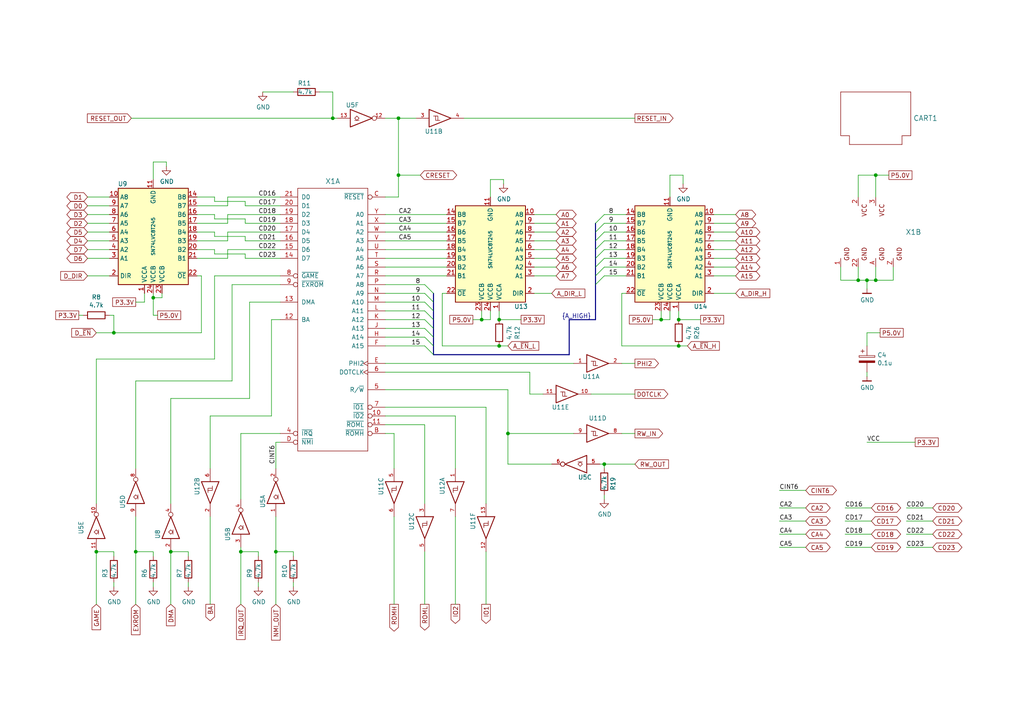
<source format=kicad_sch>
(kicad_sch (version 20211123) (generator eeschema)
  (paper "A4")
  (title_block (title "Orange Cart") (date "2021-02-28") (rev "r0.1") (comment 2 "Licensed under CERN OHL v.1.2") (comment 3 "Cartridge version redesign: Marcus Comstedt") (comment 4 "Based on Orange Crab by Gregory Davill"))
  (bus_alias "A_HIGH" (members "8" "9" "10" "11" "12" "13" "14" "15"))
  (junction (at 115.57 34.29))
  (junction (at 254 50.8))
  (junction (at 144.78 92.71))
  (junction (at 196.85 92.71))
  (junction (at 147.32 125.73))
  (junction (at 49.53 160.02))
  (junction (at 191.77 92.71))
  (junction (at 96.52 34.29))
  (junction (at 196.85 100.33))
  (junction (at 251.46 81.28))
  (junction (at 254 81.28))
  (junction (at 44.45 86.36))
  (junction (at 27.94 160.02))
  (junction (at 39.37 160.02))
  (junction (at 80.01 160.02))
  (junction (at 248.92 81.28))
  (junction (at 175.26 134.62))
  (junction (at 139.7 92.71))
  (junction (at 33.02 96.52))
  (junction (at 69.85 160.02))
  (junction (at 144.78 100.33))
  (junction (at 115.57 50.8))
  (bus_entry (at 123.19 82.55) (size 2.54 2.54))
  (bus_entry (at 172.72 80.01) (size 2.54 -2.54))
  (bus_entry (at 123.19 90.17) (size 2.54 2.54))
  (bus_entry (at 123.19 87.63) (size 2.54 2.54))
  (bus_entry (at 172.72 74.93) (size 2.54 -2.54))
  (bus_entry (at 172.72 72.39) (size 2.54 -2.54))
  (bus_entry (at 172.72 69.85) (size 2.54 -2.54))
  (bus_entry (at 172.72 82.55) (size 2.54 -2.54))
  (bus_entry (at 123.19 92.71) (size 2.54 2.54))
  (bus_entry (at 172.72 64.77) (size 2.54 -2.54))
  (bus_entry (at 123.19 97.79) (size 2.54 2.54))
  (bus_entry (at 123.19 95.25) (size 2.54 2.54))
  (bus_entry (at 123.19 85.09) (size 2.54 2.54))
  (bus_entry (at 172.72 67.31) (size 2.54 -2.54))
  (bus_entry (at 172.72 77.47) (size 2.54 -2.54))
  (bus_entry (at 123.19 100.33) (size 2.54 2.54))
  (bus (pts (xy 125.73 95.25) (xy 125.73 97.79)))
  (wire (pts (xy 257.81 50.8) (xy 254 50.8)))
  (wire (pts (xy 31.75 80.01) (xy 25.4 80.01)))
  (wire (pts (xy 111.76 105.41) (xy 166.37 105.41)))
  (wire (pts (xy 46.99 86.36) (xy 44.45 86.36)))
  (wire (pts (xy 81.28 74.93) (xy 71.12 74.93)))
  (wire (pts (xy 67.31 110.49) (xy 39.37 110.49)))
  (wire (pts (xy 254 77.47) (xy 254 81.28)))
  (wire (pts (xy 44.45 91.44) (xy 44.45 86.36)))
  (wire (pts (xy 69.85 160.02) (xy 69.85 175.26)))
  (wire (pts (xy 41.91 87.63) (xy 39.37 87.63)))
  (wire (pts (xy 194.31 92.71) (xy 191.77 92.71)))
  (wire (pts (xy 259.08 81.28) (xy 254 81.28)))
  (wire (pts (xy 80.01 149.86) (xy 80.01 160.02)))
  (wire (pts (xy 49.53 115.57) (xy 49.53 146.05)))
  (wire (pts (xy 123.19 160.02) (xy 123.19 175.26)))
  (wire (pts (xy 58.42 96.52) (xy 58.42 80.01)))
  (wire (pts (xy 44.45 91.44) (xy 45.72 91.44)))
  (wire (pts (xy 128.27 100.33) (xy 144.78 100.33)))
  (wire (pts (xy 85.09 161.29) (xy 85.09 160.02)))
  (bus (pts (xy 125.73 100.33) (xy 125.73 102.87)))
  (wire (pts (xy 191.77 90.17) (xy 191.77 92.71)))
  (wire (pts (xy 62.23 72.39) (xy 57.15 72.39)))
  (wire (pts (xy 115.57 57.15) (xy 115.57 50.8)))
  (wire (pts (xy 154.94 85.09) (xy 160.02 85.09)))
  (wire (pts (xy 139.7 92.71) (xy 137.16 92.71)))
  (wire (pts (xy 54.61 160.02) (xy 54.61 161.29)))
  (wire (pts (xy 111.76 118.11) (xy 140.97 118.11)))
  (wire (pts (xy 252.73 147.32) (xy 245.11 147.32)))
  (wire (pts (xy 175.26 135.89) (xy 175.26 134.62)))
  (wire (pts (xy 71.12 68.58) (xy 62.23 68.58)))
  (wire (pts (xy 80.01 160.02) (xy 80.01 175.26)))
  (wire (pts (xy 233.68 147.32) (xy 226.06 147.32)))
  (wire (pts (xy 62.23 73.66) (xy 62.23 72.39)))
  (bus (pts (xy 172.72 77.47) (xy 172.72 80.01)))
  (wire (pts (xy 251.46 107.95) (xy 251.46 109.22)))
  (wire (pts (xy 154.94 77.47) (xy 161.29 77.47)))
  (wire (pts (xy 270.51 154.94) (xy 262.89 154.94)))
  (wire (pts (xy 207.01 80.01) (xy 213.36 80.01)))
  (wire (pts (xy 111.76 92.71) (xy 123.19 92.71)))
  (wire (pts (xy 81.28 87.63) (xy 72.39 87.63)))
  (wire (pts (xy 60.96 135.89) (xy 60.96 120.65)))
  (wire (pts (xy 111.76 123.19) (xy 123.19 123.19)))
  (wire (pts (xy 154.94 80.01) (xy 161.29 80.01)))
  (wire (pts (xy 66.04 57.15) (xy 66.04 59.69)))
  (bus (pts (xy 165.1 102.87) (xy 165.1 92.71)))
  (wire (pts (xy 140.97 118.11) (xy 140.97 146.05)))
  (wire (pts (xy 254 50.8) (xy 248.92 50.8)))
  (wire (pts (xy 81.28 57.15) (xy 66.04 57.15)))
  (wire (pts (xy 248.92 81.28) (xy 251.46 81.28)))
  (wire (pts (xy 66.04 62.23) (xy 66.04 64.77)))
  (wire (pts (xy 62.23 80.01) (xy 81.28 80.01)))
  (wire (pts (xy 31.75 59.69) (xy 25.4 59.69)))
  (wire (pts (xy 31.75 69.85) (xy 25.4 69.85)))
  (wire (pts (xy 69.85 158.75) (xy 69.85 160.02)))
  (wire (pts (xy 181.61 67.31) (xy 175.26 67.31)))
  (wire (pts (xy 233.68 154.94) (xy 226.06 154.94)))
  (wire (pts (xy 139.7 90.17) (xy 139.7 92.71)))
  (wire (pts (xy 27.94 160.02) (xy 27.94 175.26)))
  (wire (pts (xy 66.04 69.85) (xy 57.15 69.85)))
  (wire (pts (xy 71.12 58.42) (xy 62.23 58.42)))
  (wire (pts (xy 123.19 123.19) (xy 123.19 146.05)))
  (wire (pts (xy 132.08 175.26) (xy 132.08 149.86)))
  (wire (pts (xy 49.53 160.02) (xy 54.61 160.02)))
  (wire (pts (xy 181.61 62.23) (xy 175.26 62.23)))
  (wire (pts (xy 154.94 69.85) (xy 161.29 69.85)))
  (wire (pts (xy 175.26 144.78) (xy 175.26 143.51)))
  (wire (pts (xy 111.76 125.73) (xy 114.3 125.73)))
  (wire (pts (xy 66.04 72.39) (xy 66.04 74.93)))
  (wire (pts (xy 72.39 87.63) (xy 72.39 115.57)))
  (wire (pts (xy 144.78 100.33) (xy 147.32 100.33)))
  (bus (pts (xy 172.72 72.39) (xy 172.72 74.93)))
  (bus (pts (xy 172.72 80.01) (xy 172.72 82.55)))
  (wire (pts (xy 41.91 85.09) (xy 41.91 87.63)))
  (wire (pts (xy 62.23 68.58) (xy 62.23 67.31)))
  (wire (pts (xy 171.45 114.3) (xy 184.15 114.3)))
  (wire (pts (xy 81.28 125.73) (xy 69.85 125.73)))
  (wire (pts (xy 199.39 100.33) (xy 196.85 100.33)))
  (wire (pts (xy 154.94 64.77) (xy 161.29 64.77)))
  (wire (pts (xy 196.85 100.33) (xy 180.34 100.33)))
  (bus (pts (xy 125.73 85.09) (xy 125.73 87.63)))
  (wire (pts (xy 142.24 90.17) (xy 142.24 92.71)))
  (wire (pts (xy 66.04 67.31) (xy 66.04 69.85)))
  (bus (pts (xy 172.72 64.77) (xy 172.72 67.31)))
  (wire (pts (xy 191.77 92.71) (xy 189.23 92.71)))
  (wire (pts (xy 111.76 62.23) (xy 129.54 62.23)))
  (wire (pts (xy 251.46 100.33) (xy 251.46 96.52)))
  (wire (pts (xy 142.24 92.71) (xy 139.7 92.71)))
  (wire (pts (xy 128.27 85.09) (xy 128.27 100.33)))
  (bus (pts (xy 125.73 90.17) (xy 125.73 92.71)))
  (wire (pts (xy 78.74 120.65) (xy 78.74 92.71)))
  (wire (pts (xy 180.34 85.09) (xy 180.34 100.33)))
  (wire (pts (xy 270.51 158.75) (xy 262.89 158.75)))
  (wire (pts (xy 243.84 81.28) (xy 248.92 81.28)))
  (wire (pts (xy 44.45 46.99) (xy 44.45 52.07)))
  (wire (pts (xy 245.11 158.75) (xy 252.73 158.75)))
  (wire (pts (xy 96.52 34.29) (xy 97.79 34.29)))
  (wire (pts (xy 71.12 73.66) (xy 62.23 73.66)))
  (bus (pts (xy 165.1 92.71) (xy 172.72 92.71)))
  (wire (pts (xy 81.28 64.77) (xy 71.12 64.77)))
  (wire (pts (xy 114.3 125.73) (xy 114.3 135.89)))
  (wire (pts (xy 154.94 74.93) (xy 161.29 74.93)))
  (wire (pts (xy 147.32 125.73) (xy 147.32 134.62)))
  (bus (pts (xy 172.72 69.85) (xy 172.72 72.39)))
  (wire (pts (xy 194.31 50.8) (xy 198.12 50.8)))
  (wire (pts (xy 147.32 134.62) (xy 160.02 134.62)))
  (wire (pts (xy 251.46 81.28) (xy 251.46 83.82)))
  (wire (pts (xy 270.51 151.13) (xy 262.89 151.13)))
  (wire (pts (xy 146.05 52.07) (xy 142.24 52.07)))
  (wire (pts (xy 62.23 80.01) (xy 62.23 104.14)))
  (wire (pts (xy 69.85 125.73) (xy 69.85 144.78)))
  (wire (pts (xy 132.08 120.65) (xy 132.08 135.89)))
  (wire (pts (xy 252.73 151.13) (xy 245.11 151.13)))
  (wire (pts (xy 259.08 77.47) (xy 259.08 81.28)))
  (wire (pts (xy 33.02 161.29) (xy 33.02 160.02)))
  (wire (pts (xy 181.61 77.47) (xy 175.26 77.47)))
  (wire (pts (xy 111.76 77.47) (xy 129.54 77.47)))
  (wire (pts (xy 252.73 154.94) (xy 245.11 154.94)))
  (wire (pts (xy 44.45 85.09) (xy 44.45 86.36)))
  (wire (pts (xy 196.85 90.17) (xy 196.85 92.71)))
  (wire (pts (xy 144.78 92.71) (xy 151.13 92.71)))
  (wire (pts (xy 248.92 77.47) (xy 248.92 81.28)))
  (wire (pts (xy 129.54 85.09) (xy 128.27 85.09)))
  (wire (pts (xy 146.05 53.34) (xy 146.05 52.07)))
  (wire (pts (xy 111.76 87.63) (xy 123.19 87.63)))
  (wire (pts (xy 254 57.15) (xy 254 50.8)))
  (wire (pts (xy 226.06 158.75) (xy 233.68 158.75)))
  (wire (pts (xy 154.94 67.31) (xy 161.29 67.31)))
  (wire (pts (xy 81.28 69.85) (xy 71.12 69.85)))
  (wire (pts (xy 81.28 62.23) (xy 66.04 62.23)))
  (wire (pts (xy 31.75 91.44) (xy 33.02 91.44)))
  (wire (pts (xy 60.96 120.65) (xy 78.74 120.65)))
  (wire (pts (xy 181.61 85.09) (xy 180.34 85.09)))
  (wire (pts (xy 96.52 26.67) (xy 96.52 34.29)))
  (wire (pts (xy 33.02 96.52) (xy 27.94 96.52)))
  (wire (pts (xy 71.12 64.77) (xy 71.12 63.5)))
  (wire (pts (xy 71.12 69.85) (xy 71.12 68.58)))
  (bus (pts (xy 172.72 82.55) (xy 172.72 92.71)))
  (wire (pts (xy 207.01 74.93) (xy 213.36 74.93)))
  (wire (pts (xy 74.93 161.29) (xy 74.93 160.02)))
  (wire (pts (xy 39.37 110.49) (xy 39.37 135.89)))
  (wire (pts (xy 198.12 50.8) (xy 198.12 53.34)))
  (wire (pts (xy 60.96 149.86) (xy 60.96 175.26)))
  (wire (pts (xy 111.76 74.93) (xy 129.54 74.93)))
  (wire (pts (xy 111.76 95.25) (xy 123.19 95.25)))
  (wire (pts (xy 243.84 77.47) (xy 243.84 81.28)))
  (bus (pts (xy 172.72 74.93) (xy 172.72 77.47)))
  (wire (pts (xy 154.94 72.39) (xy 161.29 72.39)))
  (wire (pts (xy 157.48 114.3) (xy 153.67 114.3)))
  (wire (pts (xy 207.01 62.23) (xy 213.36 62.23)))
  (wire (pts (xy 31.75 74.93) (xy 25.4 74.93)))
  (wire (pts (xy 207.01 69.85) (xy 213.36 69.85)))
  (wire (pts (xy 154.94 62.23) (xy 161.29 62.23)))
  (wire (pts (xy 111.76 90.17) (xy 123.19 90.17)))
  (wire (pts (xy 27.94 160.02) (xy 33.02 160.02)))
  (wire (pts (xy 233.68 142.24) (xy 226.06 142.24)))
  (wire (pts (xy 39.37 160.02) (xy 44.45 160.02)))
  (wire (pts (xy 270.51 147.32) (xy 262.89 147.32)))
  (wire (pts (xy 111.76 72.39) (xy 129.54 72.39)))
  (wire (pts (xy 71.12 59.69) (xy 71.12 58.42)))
  (wire (pts (xy 194.31 57.15) (xy 194.31 50.8)))
  (bus (pts (xy 125.73 102.87) (xy 165.1 102.87)))
  (wire (pts (xy 31.75 57.15) (xy 25.4 57.15)))
  (wire (pts (xy 111.76 64.77) (xy 129.54 64.77)))
  (wire (pts (xy 144.78 90.17) (xy 144.78 92.71)))
  (wire (pts (xy 67.31 82.55) (xy 67.31 110.49)))
  (wire (pts (xy 254 81.28) (xy 251.46 81.28)))
  (wire (pts (xy 111.76 69.85) (xy 129.54 69.85)))
  (wire (pts (xy 114.3 149.86) (xy 114.3 175.26)))
  (wire (pts (xy 76.2 26.67) (xy 85.09 26.67)))
  (wire (pts (xy 111.76 34.29) (xy 115.57 34.29)))
  (wire (pts (xy 180.34 125.73) (xy 184.15 125.73)))
  (wire (pts (xy 38.1 34.29) (xy 96.52 34.29)))
  (wire (pts (xy 31.75 64.77) (xy 25.4 64.77)))
  (wire (pts (xy 58.42 80.01) (xy 57.15 80.01)))
  (wire (pts (xy 181.61 80.01) (xy 175.26 80.01)))
  (wire (pts (xy 181.61 69.85) (xy 175.26 69.85)))
  (wire (pts (xy 81.28 67.31) (xy 66.04 67.31)))
  (wire (pts (xy 142.24 52.07) (xy 142.24 57.15)))
  (wire (pts (xy 207.01 64.77) (xy 213.36 64.77)))
  (wire (pts (xy 31.75 67.31) (xy 25.4 67.31)))
  (wire (pts (xy 72.39 115.57) (xy 49.53 115.57)))
  (wire (pts (xy 81.28 59.69) (xy 71.12 59.69)))
  (wire (pts (xy 80.01 128.27) (xy 80.01 135.89)))
  (wire (pts (xy 111.76 85.09) (xy 123.19 85.09)))
  (wire (pts (xy 166.37 125.73) (xy 147.32 125.73)))
  (wire (pts (xy 111.76 82.55) (xy 123.19 82.55)))
  (wire (pts (xy 62.23 58.42) (xy 62.23 57.15)))
  (wire (pts (xy 153.67 107.95) (xy 111.76 107.95)))
  (wire (pts (xy 85.09 168.91) (xy 85.09 170.18)))
  (wire (pts (xy 207.01 85.09) (xy 213.36 85.09)))
  (wire (pts (xy 27.94 104.14) (xy 27.94 146.05)))
  (wire (pts (xy 196.85 92.71) (xy 203.2 92.71)))
  (wire (pts (xy 69.85 160.02) (xy 74.93 160.02)))
  (wire (pts (xy 248.92 50.8) (xy 248.92 57.15)))
  (wire (pts (xy 181.61 72.39) (xy 175.26 72.39)))
  (wire (pts (xy 140.97 160.02) (xy 140.97 175.26)))
  (wire (pts (xy 66.04 74.93) (xy 57.15 74.93)))
  (wire (pts (xy 80.01 160.02) (xy 85.09 160.02)))
  (wire (pts (xy 33.02 168.91) (xy 33.02 170.18)))
  (wire (pts (xy 81.28 82.55) (xy 67.31 82.55)))
  (wire (pts (xy 54.61 168.91) (xy 54.61 170.18)))
  (wire (pts (xy 180.34 105.41) (xy 184.15 105.41)))
  (wire (pts (xy 81.28 72.39) (xy 66.04 72.39)))
  (wire (pts (xy 111.76 67.31) (xy 129.54 67.31)))
  (wire (pts (xy 66.04 64.77) (xy 57.15 64.77)))
  (wire (pts (xy 31.75 72.39) (xy 25.4 72.39)))
  (wire (pts (xy 111.76 100.33) (xy 123.19 100.33)))
  (wire (pts (xy 255.27 96.52) (xy 251.46 96.52)))
  (wire (pts (xy 44.45 161.29) (xy 44.45 160.02)))
  (wire (pts (xy 175.26 134.62) (xy 184.15 134.62)))
  (wire (pts (xy 33.02 96.52) (xy 58.42 96.52)))
  (wire (pts (xy 66.04 59.69) (xy 57.15 59.69)))
  (wire (pts (xy 207.01 77.47) (xy 213.36 77.47)))
  (wire (pts (xy 71.12 63.5) (xy 62.23 63.5)))
  (wire (pts (xy 46.99 85.09) (xy 46.99 86.36)))
  (wire (pts (xy 194.31 90.17) (xy 194.31 92.71)))
  (wire (pts (xy 33.02 91.44) (xy 33.02 96.52)))
  (wire (pts (xy 92.71 26.67) (xy 96.52 26.67)))
  (wire (pts (xy 111.76 97.79) (xy 123.19 97.79)))
  (wire (pts (xy 115.57 50.8) (xy 121.92 50.8)))
  (wire (pts (xy 207.01 67.31) (xy 213.36 67.31)))
  (wire (pts (xy 62.23 67.31) (xy 57.15 67.31)))
  (wire (pts (xy 115.57 34.29) (xy 120.65 34.29)))
  (bus (pts (xy 125.73 92.71) (xy 125.73 95.25)))
  (wire (pts (xy 147.32 113.03) (xy 111.76 113.03)))
  (bus (pts (xy 172.72 67.31) (xy 172.72 69.85)))
  (wire (pts (xy 111.76 57.15) (xy 115.57 57.15)))
  (bus (pts (xy 125.73 97.79) (xy 125.73 100.33)))
  (wire (pts (xy 48.26 48.26) (xy 48.26 46.99)))
  (wire (pts (xy 181.61 64.77) (xy 175.26 64.77)))
  (wire (pts (xy 39.37 160.02) (xy 39.37 175.26)))
  (wire (pts (xy 48.26 46.99) (xy 44.45 46.99)))
  (wire (pts (xy 111.76 80.01) (xy 129.54 80.01)))
  (wire (pts (xy 62.23 57.15) (xy 57.15 57.15)))
  (wire (pts (xy 115.57 50.8) (xy 115.57 34.29)))
  (wire (pts (xy 153.67 114.3) (xy 153.67 107.95)))
  (wire (pts (xy 233.68 151.13) (xy 226.06 151.13)))
  (wire (pts (xy 78.74 92.71) (xy 81.28 92.71)))
  (wire (pts (xy 71.12 74.93) (xy 71.12 73.66)))
  (wire (pts (xy 62.23 62.23) (xy 57.15 62.23)))
  (wire (pts (xy 147.32 113.03) (xy 147.32 125.73)))
  (bus (pts (xy 125.73 87.63) (xy 125.73 90.17)))
  (wire (pts (xy 62.23 104.14) (xy 27.94 104.14)))
  (wire (pts (xy 81.28 128.27) (xy 80.01 128.27)))
  (wire (pts (xy 207.01 72.39) (xy 213.36 72.39)))
  (wire (pts (xy 39.37 149.86) (xy 39.37 160.02)))
  (wire (pts (xy 44.45 168.91) (xy 44.45 170.18)))
  (wire (pts (xy 134.62 34.29) (xy 184.15 34.29)))
  (wire (pts (xy 49.53 160.02) (xy 49.53 175.26)))
  (wire (pts (xy 74.93 168.91) (xy 74.93 170.18)))
  (wire (pts (xy 173.99 134.62) (xy 175.26 134.62)))
  (wire (pts (xy 62.23 63.5) (xy 62.23 62.23)))
  (wire (pts (xy 31.75 62.23) (xy 25.4 62.23)))
  (wire (pts (xy 265.43 128.27) (xy 251.46 128.27)))
  (wire (pts (xy 24.13 91.44) (xy 22.86 91.44)))
  (wire (pts (xy 181.61 74.93) (xy 175.26 74.93)))
  (wire (pts (xy 111.76 120.65) (xy 132.08 120.65)))
  (label "CD19" (at 74.93 64.77 0))
  (label "CD18" (at 245.11 154.94 0))
  (label "CA2" (at 226.06 147.32 0))
  (label "8" (at 121.92 82.55 180))
  (label "CA5" (at 226.06 158.75 0))
  (label "11" (at 121.92 90.17 180))
  (label "CINT6" (at 226.06 142.24 0))
  (label "CD16" (at 245.11 147.32 0))
  (label "CD20" (at 262.89 147.32 0))
  (label "VCC" (at 251.46 128.27 0))
  (label "CA3" (at 226.06 151.13 0))
  (label "14" (at 121.92 97.79 180))
  (label "8" (at 176.53 62.23 0))
  (label "CA4" (at 115.57 67.31 0))
  (label "CD23" (at 262.89 158.75 0))
  (label "9" (at 121.92 85.09 180))
  (label "CD19" (at 245.11 158.75 0))
  (label "13" (at 176.53 74.93 0))
  (label "13" (at 121.92 95.25 180))
  (label "CA5" (at 115.57 69.85 0))
  (label "10" (at 176.53 67.31 0))
  (label "12" (at 176.53 72.39 0))
  (label "{A_HIGH}" (at 171.45 92.71 180))
  (label "10" (at 121.92 87.63 180))
  (label "CD17" (at 74.93 59.69 0))
  (label "CD22" (at 262.89 154.94 0))
  (label "CINT6" (at 80.01 134.62 90))
  (label "15" (at 176.53 80.01 0))
  (label "CD18" (at 74.93 62.23 0))
  (label "14" (at 176.53 77.47 0))
  (label "CD21" (at 262.89 151.13 0))
  (label "CA4" (at 226.06 154.94 0))
  (label "CD17" (at 245.11 151.13 0))
  (label "CD20" (at 74.93 67.31 0))
  (label "CD23" (at 74.93 74.93 0))
  (label "11" (at 176.53 69.85 0))
  (label "9" (at 176.53 64.77 0))
  (label "CD21" (at 74.93 69.85 0))
  (label "CA3" (at 115.57 64.77 0))
  (label "CD22" (at 74.93 72.39 0))
  (label "15" (at 121.92 100.33 180))
  (label "12" (at 121.92 92.71 180))
  (label "CD16" (at 74.93 57.15 0))
  (label "CA2" (at 115.57 62.23 0))
  (global_label "P5.0V" (shape passive) (at 255.27 96.52 0) (property "Intersheet References" "${INTERSHEET_REFS}" (effects hide)))
  (global_label "A13" (shape bidirectional) (at 213.36 74.93 0) (property "Intersheet References" "${INTERSHEET_REFS}" (effects hide)))
  (global_label "D5" (shape bidirectional) (at 25.4 67.31 180) (property "Intersheet References" "${INTERSHEET_REFS}" (effects hide)))
  (global_label "CD23" (shape bidirectional) (at 270.51 158.75 0) (property "Intersheet References" "${INTERSHEET_REFS}" (effects hide)))
  (global_label "A9" (shape bidirectional) (at 213.36 64.77 0) (property "Intersheet References" "${INTERSHEET_REFS}" (effects hide)))
  (global_label "DOTCLK" (shape output) (at 184.15 114.3 0) (property "Intersheet References" "${INTERSHEET_REFS}" (effects hide)))
  (global_label "CA3" (shape bidirectional) (at 233.68 151.13 0) (property "Intersheet References" "${INTERSHEET_REFS}" (effects hide)))
  (global_label "A4" (shape bidirectional) (at 161.29 72.39 0) (property "Intersheet References" "${INTERSHEET_REFS}" (effects hide)))
  (global_label "P3.3V" (shape passive) (at 203.2 92.71 0) (property "Intersheet References" "${INTERSHEET_REFS}" (effects hide)))
  (global_label "GAME" (shape input) (at 27.94 175.26 270) (property "Intersheet References" "${INTERSHEET_REFS}" (effects hide)))
  (global_label "CD20" (shape bidirectional) (at 270.51 147.32 0) (property "Intersheet References" "${INTERSHEET_REFS}" (effects hide)))
  (global_label "A8" (shape bidirectional) (at 213.36 62.23 0) (property "Intersheet References" "${INTERSHEET_REFS}" (effects hide)))
  (global_label "ROML" (shape output) (at 123.19 175.26 270) (property "Intersheet References" "${INTERSHEET_REFS}" (effects hide)))
  (global_label "CD18" (shape bidirectional) (at 252.73 154.94 0) (property "Intersheet References" "${INTERSHEET_REFS}" (effects hide)))
  (global_label "P3.3V" (shape passive) (at 22.86 91.44 180) (property "Intersheet References" "${INTERSHEET_REFS}" (effects hide)))
  (global_label "EXROM" (shape input) (at 39.37 175.26 270) (property "Intersheet References" "${INTERSHEET_REFS}" (effects hide)))
  (global_label "CD16" (shape bidirectional) (at 252.73 147.32 0) (property "Intersheet References" "${INTERSHEET_REFS}" (effects hide)))
  (global_label "CA4" (shape bidirectional) (at 233.68 154.94 0) (property "Intersheet References" "${INTERSHEET_REFS}" (effects hide)))
  (global_label "P5.0V" (shape passive) (at 257.81 50.8 0) (property "Intersheet References" "${INTERSHEET_REFS}" (effects hide)))
  (global_label "D3" (shape bidirectional) (at 25.4 62.23 180) (property "Intersheet References" "${INTERSHEET_REFS}" (effects hide)))
  (global_label "IRQ_OUT" (shape input) (at 69.85 175.26 270) (property "Intersheet References" "${INTERSHEET_REFS}" (effects hide)))
  (global_label "IO1" (shape output) (at 140.97 175.26 270) (property "Intersheet References" "${INTERSHEET_REFS}" (effects hide)))
  (global_label "A0" (shape bidirectional) (at 161.29 62.23 0) (property "Intersheet References" "${INTERSHEET_REFS}" (effects hide)))
  (global_label "A15" (shape bidirectional) (at 213.36 80.01 0) (property "Intersheet References" "${INTERSHEET_REFS}" (effects hide)))
  (global_label "A6" (shape bidirectional) (at 161.29 77.47 0) (property "Intersheet References" "${INTERSHEET_REFS}" (effects hide)))
  (global_label "A5" (shape bidirectional) (at 161.29 74.93 0) (property "Intersheet References" "${INTERSHEET_REFS}" (effects hide)))
  (global_label "P3.3V" (shape passive) (at 39.37 87.63 180) (property "Intersheet References" "${INTERSHEET_REFS}" (effects hide)))
  (global_label "A12" (shape bidirectional) (at 213.36 72.39 0) (property "Intersheet References" "${INTERSHEET_REFS}" (effects hide)))
  (global_label "D6" (shape bidirectional) (at 25.4 74.93 180) (property "Intersheet References" "${INTERSHEET_REFS}" (effects hide)))
  (global_label "A3" (shape bidirectional) (at 161.29 69.85 0) (property "Intersheet References" "${INTERSHEET_REFS}" (effects hide)))
  (global_label "CD19" (shape bidirectional) (at 252.73 158.75 0) (property "Intersheet References" "${INTERSHEET_REFS}" (effects hide)))
  (global_label "D4" (shape bidirectional) (at 25.4 69.85 180) (property "Intersheet References" "${INTERSHEET_REFS}" (effects hide)))
  (global_label "DMA" (shape input) (at 49.53 175.26 270) (property "Intersheet References" "${INTERSHEET_REFS}" (effects hide)))
  (global_label "CA5" (shape bidirectional) (at 233.68 158.75 0) (property "Intersheet References" "${INTERSHEET_REFS}" (effects hide)))
  (global_label "RESET_IN" (shape output) (at 184.15 34.29 0) (property "Intersheet References" "${INTERSHEET_REFS}" (effects hide)))
  (global_label "P3.3V" (shape passive) (at 151.13 92.71 0) (property "Intersheet References" "${INTERSHEET_REFS}" (effects hide)))
  (global_label "D_DIR" (shape input) (at 25.4 80.01 180) (property "Intersheet References" "${INTERSHEET_REFS}" (effects hide)))
  (global_label "PHI2" (shape output) (at 184.15 105.41 0) (property "Intersheet References" "${INTERSHEET_REFS}" (effects hide)))
  (global_label "CRESET" (shape bidirectional) (at 121.92 50.8 0) (property "Intersheet References" "${INTERSHEET_REFS}" (effects hide)))
  (global_label "RW_IN" (shape output) (at 184.15 125.73 0) (property "Intersheet References" "${INTERSHEET_REFS}" (effects hide)))
  (global_label "P5.0V" (shape passive) (at 45.72 91.44 0) (property "Intersheet References" "${INTERSHEET_REFS}" (effects hide)))
  (global_label "A14" (shape bidirectional) (at 213.36 77.47 0) (property "Intersheet References" "${INTERSHEET_REFS}" (effects hide)))
  (global_label "P5.0V" (shape passive) (at 189.23 92.71 180) (property "Intersheet References" "${INTERSHEET_REFS}" (effects hide)))
  (global_label "A2" (shape bidirectional) (at 161.29 67.31 0) (property "Intersheet References" "${INTERSHEET_REFS}" (effects hide)))
  (global_label "D1" (shape bidirectional) (at 25.4 57.15 180) (property "Intersheet References" "${INTERSHEET_REFS}" (effects hide)))
  (global_label "ROMH" (shape output) (at 114.3 175.26 270) (property "Intersheet References" "${INTERSHEET_REFS}" (effects hide)))
  (global_label "BA" (shape output) (at 60.96 175.26 270) (property "Intersheet References" "${INTERSHEET_REFS}" (effects hide)))
  (global_label "A_~{EN}_L" (shape input) (at 147.32 100.33 0) (property "Intersheet References" "${INTERSHEET_REFS}" (effects hide)))
  (global_label "CINT6" (shape bidirectional) (at 233.68 142.24 0) (property "Intersheet References" "${INTERSHEET_REFS}" (effects hide)))
  (global_label "A7" (shape bidirectional) (at 161.29 80.01 0) (property "Intersheet References" "${INTERSHEET_REFS}" (effects hide)))
  (global_label "P3.3V" (shape passive) (at 265.43 128.27 0) (property "Intersheet References" "${INTERSHEET_REFS}" (effects hide)))
  (global_label "D_~{EN}" (shape input) (at 27.94 96.52 180) (property "Intersheet References" "${INTERSHEET_REFS}" (effects hide)))
  (global_label "RESET_OUT" (shape input) (at 38.1 34.29 180) (property "Intersheet References" "${INTERSHEET_REFS}" (effects hide)))
  (global_label "RW_OUT" (shape input) (at 184.15 134.62 0) (property "Intersheet References" "${INTERSHEET_REFS}" (effects hide)))
  (global_label "NMI_OUT" (shape input) (at 80.01 175.26 270) (property "Intersheet References" "${INTERSHEET_REFS}" (effects hide)))
  (global_label "CD22" (shape bidirectional) (at 270.51 154.94 0) (property "Intersheet References" "${INTERSHEET_REFS}" (effects hide)))
  (global_label "A10" (shape bidirectional) (at 213.36 67.31 0) (property "Intersheet References" "${INTERSHEET_REFS}" (effects hide)))
  (global_label "P5.0V" (shape passive) (at 137.16 92.71 180) (property "Intersheet References" "${INTERSHEET_REFS}" (effects hide)))
  (global_label "D7" (shape bidirectional) (at 25.4 72.39 180) (property "Intersheet References" "${INTERSHEET_REFS}" (effects hide)))
  (global_label "CD21" (shape bidirectional) (at 270.51 151.13 0) (property "Intersheet References" "${INTERSHEET_REFS}" (effects hide)))
  (global_label "IO2" (shape output) (at 132.08 175.26 270) (property "Intersheet References" "${INTERSHEET_REFS}" (effects hide)))
  (global_label "A_DIR_H" (shape input) (at 213.36 85.09 0) (property "Intersheet References" "${INTERSHEET_REFS}" (effects hide)))
  (global_label "CD17" (shape bidirectional) (at 252.73 151.13 0) (property "Intersheet References" "${INTERSHEET_REFS}" (effects hide)))
  (global_label "A_DIR_L" (shape input) (at 160.02 85.09 0) (property "Intersheet References" "${INTERSHEET_REFS}" (effects hide)))
  (global_label "D0" (shape bidirectional) (at 25.4 59.69 180) (property "Intersheet References" "${INTERSHEET_REFS}" (effects hide)))
  (global_label "A11" (shape bidirectional) (at 213.36 69.85 0) (property "Intersheet References" "${INTERSHEET_REFS}" (effects hide)))
  (global_label "CA2" (shape bidirectional) (at 233.68 147.32 0) (property "Intersheet References" "${INTERSHEET_REFS}" (effects hide)))
  (global_label "A1" (shape bidirectional) (at 161.29 64.77 0) (property "Intersheet References" "${INTERSHEET_REFS}" (effects hide)))
  (global_label "A_~{EN}_H" (shape input) (at 199.39 100.33 0) (property "Intersheet References" "${INTERSHEET_REFS}" (effects hide)))
  (global_label "D2" (shape bidirectional) (at 25.4 64.77 180) (property "Intersheet References" "${INTERSHEET_REFS}" (effects hide)))
  (symbol (lib_name "EXPANSION_PORT_C64_EDGE_1") (lib_id "RETRO_Innovations:EXPANSION_PORT_C64_EDGE") (at 96.52 87.63 0) (mirror y) (unit 1) (in_bom no)
    (property "Reference" "X1" (at 96.52 52.578 0) (effects (font (size 1.4986 1.4986))))
    (property "Value" "EXPANSION_PORT_C64_EDGE" (effects hide))
    (property "Footprint" "RETRO_Innovations:MA100-22-2" (effects hide))
  )
  (symbol (lib_id "buffers:SN74AVC8T245PW") (at 44.45 69.85 0) (mirror x) (unit 1)
    (property "Reference" "U9" (at 35.56 53.34 0))
    (property "Value" "SN74LVC8T245" (at 44.45 68.58 90) (effects (font (size 0.9906 0.9906))))
    (property "Footprint" "Package_SO:TSSOP-24_4.4x7.8mm_P0.65mm" (effects hide))
    (property "Datasheet" "http://www.ti.com/lit/ds/symlink/sn74lvc8t245.pdf" (effects hide))
    (property "Mouser Part No" "595-SN74LVC8T245PWR" (effects hide))
    (property "Pricing (EUR)" "1,44" (effects hide))
    (property "Mfg" "TI" (effects hide))
    (property "PN" "SN74LVC8T245PWR" (effects hide))
  )
  (symbol (lib_id "buffers:SN74AVC8T245PW") (at 194.31 74.93 180) (unit 1)
    (property "Reference" "U14" (at 203.2 88.9 0))
    (property "Value" "SN74LVC8T245" (at 194.31 72.39 90) (effects (font (size 0.9906 0.9906))))
    (property "Footprint" "Package_SO:TSSOP-24_4.4x7.8mm_P0.65mm" (effects hide))
    (property "Datasheet" "http://www.ti.com/lit/ds/symlink/sn74lvc8t245.pdf" (effects hide))
    (property "Mouser Part No" "595-SN74LVC8T245PWR" (effects hide))
    (property "Pricing (EUR)" "1,44" (effects hide))
    (property "Mfg" "TI" (effects hide))
    (property "PN" "SN74LVC8T245PWR" (effects hide))
  )
  (symbol (lib_id "buffers:SN74AVC8T245PW") (at 142.24 74.93 180) (unit 1)
    (property "Reference" "U13" (at 151.13 88.9 0))
    (property "Value" "SN74LVC8T245" (at 142.24 72.39 90) (effects (font (size 0.9906 0.9906))))
    (property "Footprint" "Package_SO:TSSOP-24_4.4x7.8mm_P0.65mm" (effects hide))
    (property "Datasheet" "http://www.ti.com/lit/ds/symlink/sn74lvc8t245.pdf" (effects hide))
    (property "Mouser Part No" "595-SN74LVC8T245PWR" (effects hide))
    (property "Pricing (EUR)" "1,44" (effects hide))
    (property "Mfg" "TI" (effects hide))
    (property "PN" "SN74LVC8T245PWR" (effects hide))
  )
  (symbol (lib_id "power:GND") (at 48.26 48.26 0) (unit 1)
    (property "Reference" "#PWR03" (effects hide))
    (property "Value" "GND" (at 48.387 52.6542 0))
  )
  (symbol (lib_id "power:GND") (at 146.05 53.34 0) (unit 1)
    (property "Reference" "#PWR08" (effects hide))
    (property "Value" "GND" (at 146.177 57.7342 0))
  )
  (symbol (lib_id "74xGxx:74LVC1G06") (at 49.53 152.4 90) (unit 1)
    (property "Reference" "U8" (at 45.72 154.94 0))
    (property "Value" "74LVC1G06" (effects hide))
    (property "Footprint" "Package_TO_SOT_SMD:SOT-23-5" (effects hide))
    (property "Datasheet" "http://www.ti.com/lit/ds/symlink/sn74lvc1g06.pdf" (effects hide))
    (property "Mouser Part No" "595-SN74LVC1G06DBVR" (effects hide))
    (property "Pricing (EUR)" "0.27" (effects hide))
    (property "Mfg" "TI" (effects hide))
    (property "PN" "SN74LVC1G06DBVR" (effects hide))
  )
  (symbol (lib_id "power:GND") (at 198.12 53.34 0) (unit 1)
    (property "Reference" "#PWR09" (effects hide))
    (property "Value" "GND" (at 198.247 57.7342 0))
  )
  (symbol (lib_id "power:GND") (at 74.93 170.18 0) (unit 1)
    (property "Reference" "#PWR012" (effects hide))
    (property "Value" "GND" (at 75.057 174.5742 0))
  )
  (symbol (lib_id "Device:R") (at 88.9 26.67 270) (unit 1)
    (property "Reference" "R11" (at 86.36 24.13 90) (effects (justify left)))
    (property "Value" "4.7k" (at 86.36 26.67 90) (effects (justify left)))
    (property "Footprint" "Resistor_SMD:R_0402_1005Metric" (effects hide))
    (property "Mouser Part No" "603-RC0402JR-074K7L" (effects hide))
    (property "Pricing (EUR)" "0,01" (effects hide))
    (property "Mfg" "Yageo" (effects hide))
    (property "PN" "RC0402JR-074K7L" (effects hide))
  )
  (symbol (lib_id "power:GND") (at 85.09 170.18 0) (unit 1)
    (property "Reference" "#PWR013" (effects hide))
    (property "Value" "GND" (at 85.217 174.5742 0))
  )
  (symbol (lib_id "Device:R") (at 85.09 165.1 0) (unit 1)
    (property "Reference" "R10" (at 82.55 167.64 90) (effects (justify left)))
    (property "Value" "4.7k" (at 85.09 167.64 90) (effects (justify left)))
    (property "Footprint" "Resistor_SMD:R_0402_1005Metric" (effects hide))
    (property "Mouser Part No" "603-RC0402JR-074K7L" (effects hide))
    (property "Pricing (EUR)" "0,01" (effects hide))
    (property "Mfg" "Yageo" (effects hide))
    (property "PN" "RC0402JR-074K7L" (effects hide))
  )
  (symbol (lib_id "power:GND") (at 54.61 170.18 0) (unit 1)
    (property "Reference" "#PWR011" (effects hide))
    (property "Value" "GND" (at 54.737 174.5742 0))
  )
  (symbol (lib_id "Device:R") (at 54.61 165.1 0) (unit 1)
    (property "Reference" "R7" (at 52.07 167.64 90) (effects (justify left)))
    (property "Value" "4.7k" (at 54.61 167.64 90) (effects (justify left)))
    (property "Footprint" "Resistor_SMD:R_0402_1005Metric" (effects hide))
    (property "Mouser Part No" "603-RC0402JR-074K7L" (effects hide))
    (property "Pricing (EUR)" "0,01" (effects hide))
    (property "Mfg" "Yageo" (effects hide))
    (property "PN" "RC0402JR-074K7L" (effects hide))
  )
  (symbol (lib_id "buffers:74AHCV17A") (at 173.99 125.73 0) (unit 4)
    (property "Reference" "U11" (at 173.355 121.285 0))
    (property "Value" "74AHCV17A" (effects hide))
    (property "Footprint" "Package_SO:TSSOP-14_4.4x5mm_P0.65mm" (effects hide))
    (property "Datasheet" "https://assets.nexperia.com/documents/data-sheet/74AHCV17A.pdf" (effects hide))
    (property "Mouser Part No" "771-74AHCV17APWJ" (effects hide))
    (property "Pricing (EUR)" "0,42" (effects hide))
    (property "Mfg" "Nexperia" (effects hide))
    (property "PN" "74AHCV17APWJ" (effects hide))
  )
  (symbol (lib_id "buffers:74AHCV17A") (at 114.3 143.51 270) (unit 3)
    (property "Reference" "U11" (at 110.49 138.43 0) (effects (justify left)))
    (property "Value" "74AHCV17A" (effects hide))
    (property "Footprint" "Package_SO:TSSOP-14_4.4x5mm_P0.65mm" (effects hide))
    (property "Datasheet" "https://assets.nexperia.com/documents/data-sheet/74AHCV17A.pdf" (effects hide))
    (property "Mouser Part No" "771-74AHCV17APWJ" (effects hide))
    (property "Pricing (EUR)" "0,42" (effects hide))
    (property "Mfg" "Nexperia" (effects hide))
    (property "PN" "74AHCV17APWJ" (effects hide))
  )
  (symbol (lib_id "buffers:74AHCV17A") (at 128.27 34.29 0) (unit 2)
    (property "Reference" "U11" (at 123.19 38.1 0) (effects (justify left)))
    (property "Value" "74AHCV17A" (effects hide))
    (property "Footprint" "Package_SO:TSSOP-14_4.4x5mm_P0.65mm" (effects hide))
    (property "Datasheet" "https://assets.nexperia.com/documents/data-sheet/74AHCV17A.pdf" (effects hide))
    (property "Mouser Part No" "771-74AHCV17APWJ" (effects hide))
    (property "Pricing (EUR)" "0,42" (effects hide))
    (property "Mfg" "Nexperia" (effects hide))
    (property "PN" "74AHCV17APWJ" (effects hide))
  )
  (symbol (lib_id "buffers:74AHCV17A") (at 173.99 105.41 0) (unit 1)
    (property "Reference" "U11" (at 168.91 109.22 0) (effects (justify left)))
    (property "Value" "74AHCV17A" (effects hide))
    (property "Footprint" "Package_SO:TSSOP-14_4.4x5mm_P0.65mm" (effects hide))
    (property "Datasheet" "https://assets.nexperia.com/documents/data-sheet/74AHCV17A.pdf" (effects hide))
    (property "Mouser Part No" "771-74AHCV17APWJ" (effects hide))
    (property "Pricing (EUR)" "0,42" (effects hide))
    (property "Mfg" "Nexperia" (effects hide))
    (property "PN" "74AHCV17APWJ" (effects hide))
  )
  (symbol (lib_id "buffers:74AHCV17A") (at 165.1 114.3 0) (unit 5)
    (property "Reference" "U11" (at 160.02 118.11 0) (effects (justify left)))
    (property "Value" "74AHCV17A" (effects hide))
    (property "Footprint" "Package_SO:TSSOP-14_4.4x5mm_P0.65mm" (effects hide))
    (property "Datasheet" "https://assets.nexperia.com/documents/data-sheet/74AHCV17A.pdf" (effects hide))
    (property "Mouser Part No" "771-74AHCV17APWJ" (effects hide))
    (property "Pricing (EUR)" "0,42" (effects hide))
    (property "Mfg" "Nexperia" (effects hide))
    (property "PN" "74AHCV17APWJ" (effects hide))
  )
  (symbol (lib_id "buffers:74LVC06A") (at 39.37 142.24 90) (unit 4)
    (property "Reference" "U5" (at 35.56 143.51 0) (effects (justify right)))
    (property "Value" "74LVC06A" (effects hide))
    (property "Footprint" "Package_SO:TSSOP-14_4.4x5mm_P0.65mm" (effects hide))
    (property "Datasheet" "http://www.ti.com/lit/ds/symlink/sn74lvc06a.pdf" (effects hide))
    (property "Mouser Part No" "595-SN74LVC06APW" (effects hide))
    (property "Pricing (EUR)" "0.35" (effects hide))
    (property "Mfg" "TI" (effects hide))
    (property "PN" "SN74LVC06APW" (effects hide))
  )
  (symbol (lib_id "buffers:74LVC06A") (at 27.94 152.4 90) (unit 5)
    (property "Reference" "U5" (at 23.495 153.035 0))
    (property "Value" "74LVC06A" (effects hide))
    (property "Footprint" "Package_SO:TSSOP-14_4.4x5mm_P0.65mm" (effects hide))
    (property "Datasheet" "http://www.ti.com/lit/ds/symlink/sn74lvc06a.pdf" (effects hide))
    (property "Mouser Part No" "595-SN74LVC06APW" (effects hide))
    (property "Pricing (EUR)" "0.35" (effects hide))
    (property "Mfg" "TI" (effects hide))
    (property "PN" "SN74LVC06APW" (effects hide))
  )
  (symbol (lib_id "buffers:74LVC06A") (at 166.37 134.62 180) (unit 3)
    (property "Reference" "U5" (at 167.64 138.43 0) (effects (justify right)))
    (property "Value" "74LVC06A" (effects hide))
    (property "Footprint" "Package_SO:TSSOP-14_4.4x5mm_P0.65mm" (effects hide))
    (property "Datasheet" "http://www.ti.com/lit/ds/symlink/sn74lvc06a.pdf" (effects hide))
    (property "Mouser Part No" "595-SN74LVC06APW" (effects hide))
    (property "Pricing (EUR)" "0.35" (effects hide))
    (property "Mfg" "TI" (effects hide))
    (property "PN" "SN74LVC06APW" (effects hide))
  )
  (symbol (lib_id "buffers:74LVC06A") (at 80.01 142.24 90) (unit 1)
    (property "Reference" "U5" (at 76.2 143.51 0) (effects (justify right)))
    (property "Value" "74LVC06A" (effects hide))
    (property "Footprint" "Package_SO:TSSOP-14_4.4x5mm_P0.65mm" (effects hide))
    (property "Datasheet" "http://www.ti.com/lit/ds/symlink/sn74lvc06a.pdf" (effects hide))
    (property "Mouser Part No" "595-SN74LVC06APW" (effects hide))
    (property "Pricing (EUR)" "0.35" (effects hide))
    (property "Mfg" "TI" (effects hide))
    (property "PN" "SN74LVC06APW" (effects hide))
  )
  (symbol (lib_id "power:GND") (at 44.45 170.18 0) (unit 1)
    (property "Reference" "#PWR010" (effects hide))
    (property "Value" "GND" (at 44.577 174.5742 0))
  )
  (symbol (lib_id "Device:R") (at 44.45 165.1 0) (unit 1)
    (property "Reference" "R6" (at 41.91 167.64 90) (effects (justify left)))
    (property "Value" "4.7k" (at 44.45 167.64 90) (effects (justify left)))
    (property "Footprint" "Resistor_SMD:R_0402_1005Metric" (effects hide))
    (property "Mouser Part No" "603-RC0402JR-074K7L" (effects hide))
    (property "Pricing (EUR)" "0,01" (effects hide))
    (property "Mfg" "Yageo" (effects hide))
    (property "PN" "RC0402JR-074K7L" (effects hide))
  )
  (symbol (lib_id "power:GND") (at 33.02 170.18 0) (unit 1)
    (property "Reference" "#PWR07" (effects hide))
    (property "Value" "GND" (at 33.147 174.5742 0))
  )
  (symbol (lib_id "Device:R") (at 33.02 165.1 0) (unit 1)
    (property "Reference" "R3" (at 30.48 167.64 90) (effects (justify left)))
    (property "Value" "4.7k" (at 33.02 167.64 90) (effects (justify left)))
    (property "Footprint" "Resistor_SMD:R_0402_1005Metric" (effects hide))
    (property "Mouser Part No" "603-RC0402JR-074K7L" (effects hide))
    (property "Pricing (EUR)" "0,01" (effects hide))
    (property "Mfg" "Yageo" (effects hide))
    (property "PN" "RC0402JR-074K7L" (effects hide))
  )
  (symbol (lib_id "power:GND") (at 175.26 144.78 0) (unit 1)
    (property "Reference" "#PWR05" (effects hide))
    (property "Value" "GND" (at 175.387 149.1742 0))
  )
  (symbol (lib_id "Device:R") (at 175.26 139.7 0) (unit 1)
    (property "Reference" "R19" (at 177.8 142.24 90) (effects (justify left)))
    (property "Value" "4.7k" (at 175.26 142.24 90) (effects (justify left)))
    (property "Footprint" "Resistor_SMD:R_0402_1005Metric" (effects hide))
    (property "Mouser Part No" "603-RC0402JR-074K7L" (effects hide))
    (property "Pricing (EUR)" "0,01" (effects hide))
    (property "Mfg" "Yageo" (effects hide))
    (property "PN" "RC0402JR-074K7L" (effects hide))
  )
  (symbol (lib_id "Device:R") (at 74.93 165.1 0) (unit 1)
    (property "Reference" "R9" (at 72.39 167.64 90) (effects (justify left)))
    (property "Value" "4.7k" (at 74.93 167.64 90) (effects (justify left)))
    (property "Footprint" "Resistor_SMD:R_0402_1005Metric" (effects hide))
    (property "Mouser Part No" "603-RC0402JR-074K7L" (effects hide))
    (property "Pricing (EUR)" "0,01" (effects hide))
    (property "Mfg" "Yageo" (effects hide))
    (property "PN" "RC0402JR-074K7L" (effects hide))
  )
  (symbol (lib_id "power:GND") (at 76.2 26.67 0) (unit 1)
    (property "Reference" "#PWR04" (effects hide))
    (property "Value" "GND" (at 76.327 31.0642 0))
  )
  (symbol (lib_id "buffers:74LVC06A") (at 69.85 151.13 90) (unit 2)
    (property "Reference" "U5" (at 66.04 154.94 0))
    (property "Value" "74LVC06A" (effects hide))
    (property "Footprint" "Package_SO:TSSOP-14_4.4x5mm_P0.65mm" (effects hide))
    (property "Datasheet" "http://www.ti.com/lit/ds/symlink/sn74lvc06a.pdf" (effects hide))
    (property "Mouser Part No" "595-SN74LVC06APW" (effects hide))
    (property "Pricing (EUR)" "0.35" (effects hide))
    (property "Mfg" "TI" (effects hide))
    (property "PN" "SN74LVC06APW" (effects hide))
  )
  (symbol (lib_id "buffers:74LVC06A") (at 105.41 34.29 0) (unit 6)
    (property "Reference" "U5" (at 104.14 30.48 0) (effects (justify right)))
    (property "Value" "74LVC06A" (effects hide))
    (property "Footprint" "Package_SO:TSSOP-14_4.4x5mm_P0.65mm" (effects hide))
    (property "Datasheet" "http://www.ti.com/lit/ds/symlink/sn74lvc06a.pdf" (effects hide))
    (property "Mouser Part No" "595-SN74LVC06APW" (effects hide))
    (property "Pricing (EUR)" "0.35" (effects hide))
    (property "Mfg" "TI" (effects hide))
    (property "PN" "SN74LVC06APW" (effects hide))
  )
  (symbol (lib_id "OrangeCart-rescue:CP-Device") (at 251.46 104.14 0) (unit 1)
    (property "Reference" "C4" (at 254.4572 102.9716 0) (effects (justify left)))
    (property "Value" "0.1u" (at 254.4572 105.283 0) (effects (justify left)))
    (property "Footprint" "Capacitor_SMD:C_0603_1608Metric" (effects hide))
    (property "Mouser Part No" "710-885012206071" (effects hide))
    (property "Pricing (EUR)" "0,04" (effects hide))
    (property "Mfg" "Wurth" (effects hide))
    (property "PN" "885012206071" (effects hide))
  )
  (symbol (lib_id "Device:R") (at 144.78 96.52 0) (mirror y) (unit 1)
    (property "Reference" "R12" (at 150.0378 96.52 90))
    (property "Value" "4.7k" (at 147.7264 96.52 90))
    (property "Footprint" "Resistor_SMD:R_0402_1005Metric" (effects hide))
    (property "Mouser Part No" "603-RC0402JR-074K7L" (effects hide))
    (property "Pricing (EUR)" "0,01" (effects hide))
    (property "Mfg" "Yageo" (effects hide))
    (property "PN" "RC0402JR-074K7L" (effects hide))
  )
  (symbol (lib_id "Device:R") (at 27.94 91.44 270) (unit 1)
    (property "Reference" "R8" (at 27.94 86.1822 90))
    (property "Value" "4.7k" (at 27.94 88.4936 90))
    (property "Footprint" "Resistor_SMD:R_0402_1005Metric" (effects hide))
    (property "Mouser Part No" "603-RC0402JR-074K7L" (effects hide))
    (property "Pricing (EUR)" "0,01" (effects hide))
    (property "Mfg" "Yageo" (effects hide))
    (property "PN" "RC0402JR-074K7L" (effects hide))
  )
  (symbol (lib_id "RETRO_Innovations:EXPANSION_PORT_C64_EDGE") (at 251.46 67.31 0) (unit 2) (in_bom no)
    (property "Reference" "X1" (at 262.636 67.31 0) (effects (font (size 1.4986 1.4986)) (justify left)))
    (property "Value" "EXPANSION_PORT_C64_EDGE" (effects hide))
    (property "Footprint" "RETRO_Innovations:MA100-22-2" (effects hide))
  )
  (symbol (lib_id "RETRO_Innovations:CARTRIDGE_C64") (at 254 34.29 0) (unit 1) (in_bom no)
    (property "Reference" "CART1" (at 264.8712 34.29 0) (effects (font (size 1.4986 1.4986)) (justify left)))
    (property "Value" "CARTRIDGE_C64" (effects hide))
    (property "Footprint" "icomp:CARTRIDGE_C64_GERMAN" (effects hide))
  )
  (symbol (lib_id "Device:R") (at 196.85 96.52 0) (mirror y) (unit 1)
    (property "Reference" "R26" (at 202.1078 96.52 90))
    (property "Value" "4.7k" (at 199.7964 96.52 90))
    (property "Footprint" "Resistor_SMD:R_0402_1005Metric" (effects hide))
    (property "Mouser Part No" "603-RC0402JR-074K7L" (effects hide))
    (property "Pricing (EUR)" "0,01" (effects hide))
    (property "Mfg" "Yageo" (effects hide))
    (property "PN" "RC0402JR-074K7L" (effects hide))
  )
  (symbol (lib_id "buffers:74AHCV17A") (at 140.97 153.67 270) (unit 6)
    (property "Reference" "U11" (at 137.16 148.59 0) (effects (justify left)))
    (property "Value" "74AHCV17A" (effects hide))
    (property "Footprint" "Package_SO:TSSOP-14_4.4x5mm_P0.65mm" (effects hide))
    (property "Datasheet" "https://assets.nexperia.com/documents/data-sheet/74AHCV17A.pdf" (effects hide))
    (property "Mfg" "Nexperia" (effects hide))
    (property "Mouser Part No" "771-74AHCV17APWJ" (effects hide))
    (property "PN" "74AHCV17APWJ" (effects hide))
    (property "Pricing (EUR)" "0,42" (effects hide))
  )
  (symbol (lib_id "74xGxx:74LVC3G17") (at 123.19 153.67 270) (unit 3)
    (property "Reference" "U12" (at 119.38 148.59 0) (effects (justify left)))
    (property "Value" "74LVC3G17" (effects hide))
    (property "Footprint" "Package_SO:TSSOP-8_3x3mm_P0.65mm" (effects hide))
    (property "Datasheet" "http://www.ti.com/lit/sg/scyt129e/scyt129e.pdf" (effects hide))
    (property "Mouser Part No" "771-LVC3G17DP125" (effects hide))
    (property "Pricing (EUR)" "0.47" (effects hide))
    (property "Mfg" "Nexperia" (effects hide))
    (property "PN" "74LVC3G17DP,125" (effects hide))
  )
  (symbol (lib_id "74xGxx:74LVC3G17") (at 60.96 143.51 270) (unit 2)
    (property "Reference" "U12" (at 57.15 138.43 0) (effects (justify left)))
    (property "Value" "74LVC3G17" (effects hide))
    (property "Footprint" "Package_SO:TSSOP-8_3x3mm_P0.65mm" (effects hide))
    (property "Datasheet" "http://www.ti.com/lit/sg/scyt129e/scyt129e.pdf" (effects hide))
    (property "Mouser Part No" "771-LVC3G17DP125" (effects hide))
    (property "Pricing (EUR)" "0.47" (effects hide))
    (property "Mfg" "Nexperia" (effects hide))
    (property "PN" "74LVC3G17DP,125" (effects hide))
  )
  (symbol (lib_id "74xGxx:74LVC3G17") (at 132.08 143.51 270) (unit 1)
    (property "Reference" "U12" (at 128.27 138.43 0) (effects (justify left)))
    (property "Value" "74LVC3G17" (effects hide))
    (property "Footprint" "Package_SO:TSSOP-8_3x3mm_P0.65mm" (effects hide))
    (property "Datasheet" "http://www.ti.com/lit/sg/scyt129e/scyt129e.pdf" (effects hide))
    (property "Mouser Part No" "771-LVC3G17DP125" (effects hide))
    (property "Pricing (EUR)" "0.47" (effects hide))
    (property "Mfg" "Nexperia" (effects hide))
    (property "PN" "74LVC3G17DP,125" (effects hide))
  )
  (symbol (lib_id "gkl_power:GND") (at 251.46 83.82 0) (unit 1)
    (property "Reference" "#PWR0103" (effects hide))
    (property "Value" "GND" (at 251.5362 87.0204 0))
  )
  (symbol (lib_id "gkl_power:GND") (at 251.46 109.22 0) (unit 1)
    (property "Reference" "#PWR0108" (effects hide))
    (property "Value" "GND" (at 251.5362 112.4204 0))
  )
)
</source>
